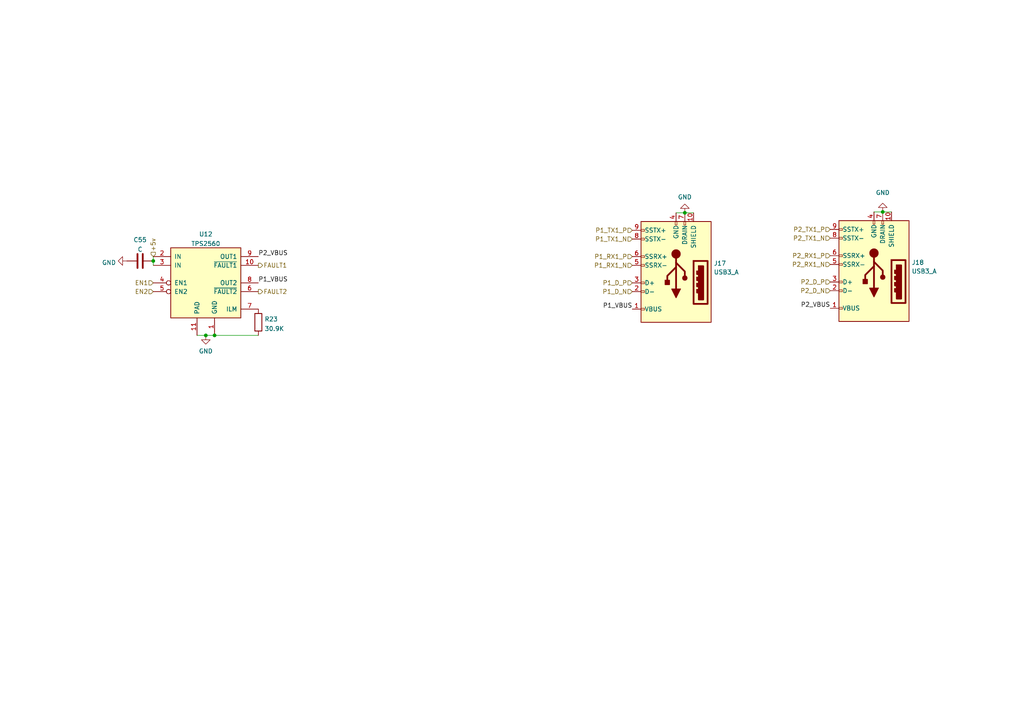
<source format=kicad_sch>
(kicad_sch (version 20210621) (generator eeschema)
  (paper "A4")
  (lib_symbols
    (symbol "Connector:USB3_A" (pin_names (offset 1.016))
      (property "Reference" "J" (at -10.16 15.24 0))
      (property "Value" "USB3_A" (at 10.16 15.24 0))
      (symbol "USB3_A_0_0"
        (rectangle (start -9.144 8.636) (end -5.08 -3.81) (stroke (width 0.508)))
        (rectangle (start -7.874 7.366) (end -6.604 -2.286) (stroke (width 0.508)) (fill (type outline)))
        (rectangle (start -6.35 0) (end -6.096 -0.762) (stroke (width 0.508)))
        (rectangle (start -6.35 1.778) (end -6.096 1.016) (stroke (width 0.508)))
        (rectangle (start -6.35 3.556) (end -6.096 2.794) (stroke (width 0.508)))
        (rectangle (start -6.35 5.334) (end -6.096 4.572) (stroke (width 0.508)))
        (rectangle (start -2.794 -15.24) (end -2.286 -14.224))
        (rectangle (start -0.254 -15.24) (end 0.254 -14.224))
        (rectangle (start 10.16 -12.446) (end 9.144 -12.954))
        (rectangle (start 10.16 -9.906) (end 9.144 -10.414))
        (rectangle (start 10.16 -4.826) (end 9.144 -5.334))
        (rectangle (start 10.16 -2.286) (end 9.144 -2.794))
        (rectangle (start 10.16 2.794) (end 9.144 2.286))
        (rectangle (start 10.16 5.334) (end 9.144 4.826))
        (rectangle (start 10.16 10.414) (end 9.144 9.906))
      )
      (symbol "USB3_A_0_1"
        (rectangle (start -10.16 13.97) (end 10.16 -15.24) (stroke (width 0.254)) (fill (type background)))
      )
      (symbol "USB3_A_1_1"
        (circle (center -2.54 1.143) (radius 0.635) (stroke (width 0.254)) (fill (type outline)))
        (circle (center 0 -5.842) (radius 1.27) (fill (type outline)))
        (polyline (pts (xy 0 -5.842) (xy 0 4.318)) (stroke (width 0.508)))
        (polyline (pts (xy 0 -3.302) (xy -2.54 -0.762) (xy -2.54 0.508)) (stroke (width 0.508)))
        (polyline (pts (xy 0 -2.032) (xy 2.54 0.508) (xy 2.54 1.778)) (stroke (width 0.508)))
        (polyline (pts (xy -1.27 4.318) (xy 0 6.858) (xy 1.27 4.318) (xy -1.27 4.318)) (stroke (width 0.254)) (fill (type outline)))
        (rectangle (start 1.905 1.778) (end 3.175 3.048) (stroke (width 0.254)) (fill (type outline)))
        (pin power_in line (at 12.7 10.16 180) (length 2.54) (name "VBUS") (number "1"))
        (pin passive line (at -5.08 -17.78 90) (length 2.54) (name "SHIELD") (number "10"))
        (pin bidirectional line (at 12.7 5.08 180) (length 2.54) (name "D-") (number "2"))
        (pin bidirectional line (at 12.7 2.54 180) (length 2.54) (name "D+") (number "3"))
        (pin power_in line (at 0 -17.78 90) (length 2.54) (name "GND") (number "4"))
        (pin output line (at 12.7 -2.54 180) (length 2.54) (name "SSRX-") (number "5"))
        (pin output line (at 12.7 -5.08 180) (length 2.54) (name "SSRX+") (number "6"))
        (pin passive line (at -2.54 -17.78 90) (length 2.54) (name "DRAIN") (number "7"))
        (pin input line (at 12.7 -10.16 180) (length 2.54) (name "SSTX-") (number "8"))
        (pin input line (at 12.7 -12.7 180) (length 2.54) (name "SSTX+") (number "9"))
      )
    )
    (symbol "Device:C" (pin_numbers hide) (pin_names (offset 0.254))
      (property "Reference" "C" (at 0.635 2.54 0))
      (property "Value" "C" (at 0.635 -2.54 0))
      (symbol "C_0_1"
        (polyline (pts (xy -2.032 -0.762) (xy 2.032 -0.762)) (stroke (width 0.508)))
        (polyline (pts (xy -2.032 0.762) (xy 2.032 0.762)) (stroke (width 0.508)))
      )
      (symbol "C_1_1"
        (pin passive line (at 0 3.81 270) (length 2.794) (name "~") (number "1"))
        (pin passive line (at 0 -3.81 90) (length 2.794) (name "~") (number "2"))
      )
    )
    (symbol "Device:R" (pin_numbers hide) (pin_names (offset 0))
      (property "Reference" "R" (at 2.032 0 90))
      (property "Value" "R" (at 0 0 90))
      (symbol "R_0_1"
        (rectangle (start -1.016 -2.54) (end 1.016 2.54) (stroke (width 0.254)))
      )
      (symbol "R_1_1"
        (pin passive line (at 0 3.81 270) (length 1.27) (name "~") (number "1"))
        (pin passive line (at 0 -3.81 90) (length 1.27) (name "~") (number "2"))
      )
    )
    (symbol "Interface_USB:TPS2560" (pin_names (offset 1.016))
      (property "Reference" "U" (at -10.16 12.7 0))
      (property "Value" "TPS2560" (at -5.08 12.7 0))
      (symbol "TPS2560_0_1"
        (rectangle (start -10.16 10.16) (end 10.16 -10.16) (stroke (width 0.254)) (fill (type background)))
      )
      (symbol "TPS2560_1_1"
        (pin power_in line (at 2.54 -15.24 90) (length 5.08) (name "GND") (number "1"))
        (pin output line (at 15.24 5.08 180) (length 5.08) (name "~{FAULT1}") (number "10"))
        (pin power_in line (at -2.54 -15.24 90) (length 5.08) (name "PAD") (number "11"))
        (pin power_in line (at -15.24 7.62 0) (length 5.08) (name "IN") (number "2"))
        (pin power_in line (at -15.24 5.08 0) (length 5.08) (name "IN") (number "3"))
        (pin input inverted (at -15.24 0 0) (length 5.08) (name "EN1") (number "4"))
        (pin input inverted (at -15.24 -2.54 0) (length 5.08) (name "EN2") (number "5"))
        (pin output line (at 15.24 -2.54 180) (length 5.08) (name "~{FAULT2}") (number "6"))
        (pin output line (at 15.24 -7.62 180) (length 5.08) (name "ILM") (number "7"))
        (pin output line (at 15.24 0 180) (length 5.08) (name "OUT2") (number "8"))
        (pin output line (at 15.24 7.62 180) (length 5.08) (name "OUT1") (number "9"))
      )
    )
    (symbol "power:GND" (power) (pin_names (offset 0))
      (property "Value" "GND" (at 0 -3.81 0))
      (symbol "GND_0_1"
        (polyline (pts (xy 0 0) (xy 0 -1.27) (xy 1.27 -1.27) (xy 0 -2.54) (xy -1.27 -1.27) (xy 0 -1.27)))
      )
      (symbol "GND_1_1"
        (pin power_in line (at 0 0 270) (length 0) hide (name "GND") (number "1"))
      )
    )
  )
  (junction (at 62.23 97.282))
  (junction (at 256.032 61.468))
  (junction (at 44.45 75.692))
  (junction (at 59.69 97.282))
  (junction (at 198.628 61.722))
  (wire (pts (xy 44.45 75.692) (xy 44.45 76.962)))
  (wire (pts (xy 57.15 97.282) (xy 59.69 97.282)))
  (wire (pts (xy 198.628 61.722) (xy 201.168 61.722)))
  (wire (pts (xy 196.088 61.722) (xy 198.628 61.722)))
  (wire (pts (xy 44.45 74.422) (xy 44.45 75.692)))
  (wire (pts (xy 59.69 97.282) (xy 62.23 97.282)))
  (wire (pts (xy 256.032 61.468) (xy 258.572 61.468)))
  (wire (pts (xy 253.492 61.468) (xy 256.032 61.468)))
  (wire (pts (xy 62.23 97.282) (xy 74.93 97.282)))
  (label "P1_VBUS" (at 183.388 89.662 180))
  (label "P2_VBUS" (at 240.792 89.408 180))
  (label "P1_VBUS" (at 74.93 82.042 0))
  (label "P2_VBUS" (at 74.93 74.422 0))
  (hierarchical_label "P1_RX1_P" (shape input) (at 183.388 74.422 180))
  (hierarchical_label "P2_D_P" (shape input) (at 240.792 81.788 180))
  (hierarchical_label "FAULT2" (shape output) (at 74.93 84.582 0))
  (hierarchical_label "EN2" (shape input) (at 44.45 84.582 180))
  (hierarchical_label "P1_TX1_P" (shape input) (at 183.388 66.802 180))
  (hierarchical_label "P2_TX1_N" (shape input) (at 240.792 69.088 180))
  (hierarchical_label "EN1" (shape input) (at 44.45 82.042 180))
  (hierarchical_label "P1_TX1_N" (shape input) (at 183.388 69.342 180))
  (hierarchical_label "P2_TX1_P" (shape input) (at 240.792 66.548 180))
  (hierarchical_label "FAULT1" (shape output) (at 74.93 76.962 0))
  (hierarchical_label "P1_D_P" (shape input) (at 183.388 82.042 180))
  (hierarchical_label "P2_RX1_N" (shape input) (at 240.792 76.708 180))
  (hierarchical_label "P2_RX1_P" (shape input) (at 240.792 74.168 180))
  (hierarchical_label "+5v" (shape input) (at 44.45 74.422 90))
  (hierarchical_label "P1_RX1_N" (shape input) (at 183.388 76.962 180))
  (hierarchical_label "P2_D_N" (shape input) (at 240.792 84.328 180))
  (hierarchical_label "P1_D_N" (shape input) (at 183.388 84.582 180))
  (symbol (lib_id "power:GND") (at 59.69 97.282 0) (unit 1)
    (property "Reference" "#PWR069" (effects hide))
    (property "Value" "GND" (at 59.69 101.8444 0))
  )
  (symbol (lib_id "Connector:USB3_A") (at 253.492 79.248 180) (unit 1)
    (property "Reference" "J18" (at 264.414 76.1363 0) (effects (justify right)))
    (property "Value" "USB3_A" (at 264.414 78.6763 0) (effects (justify right)))
    (property "Footprint" "Connector_USB:USB3_A_Molex_48393-001" (effects hide))
  )
  (symbol (lib_id "power:GND") (at 256.032 61.468 180) (unit 1)
    (property "Reference" "#PWR071" (effects hide))
    (property "Value" "GND" (at 256.032 55.88 0))
  )
  (symbol (lib_id "Device:R") (at 74.93 93.472 0) (unit 1)
    (property "Reference" "R23" (at 76.708 92.5635 0) (effects (justify left)))
    (property "Value" "30.9K" (at 76.708 95.3386 0) (effects (justify left)))
    (property "Footprint" "Resistor_SMD:R_0402_1005Metric" (effects hide))
  )
  (symbol (lib_id "Device:C") (at 40.64 75.692 90) (unit 1)
    (property "Reference" "C55" (at 40.64 69.5665 90))
    (property "Value" "C" (at 40.64 72.3416 90))
    (property "Footprint" "Capacitor_SMD:C_0402_1005Metric" (effects hide))
  )
  (symbol (lib_id "power:GND") (at 198.628 61.722 180) (unit 1)
    (property "Reference" "#PWR070" (effects hide))
    (property "Value" "GND" (at 198.628 57.15 0))
  )
  (symbol (lib_id "power:GND") (at 36.83 75.692 270) (unit 1)
    (property "Reference" "#PWR067" (effects hide))
    (property "Value" "GND" (at 33.655 76.171 90) (effects (justify right)))
  )
  (symbol (lib_id "Interface_USB:TPS2560") (at 59.69 82.042 0) (unit 1)
    (property "Reference" "U12" (at 59.69 67.9154 0))
    (property "Value" "TPS2560" (at 59.69 70.6905 0))
    (property "Footprint" "Package_SON:VSON-10-1EP_3x3mm_P0.5mm_EP1.65x2.4mm_ThermalVias" (effects hide))
    (property "Datasheet" "http://www.ti.com/lit/ds/symlink/tps2560.pdf" (effects hide))
  )
  (symbol (lib_id "Connector:USB3_A") (at 196.088 79.502 180) (unit 1)
    (property "Reference" "J17" (at 207.01 76.3903 0) (effects (justify right)))
    (property "Value" "USB3_A" (at 207.01 78.9303 0) (effects (justify right)))
    (property "Footprint" "Connector_USB:USB3_A_Molex_48393-001" (effects hide))
  )
)
</source>
